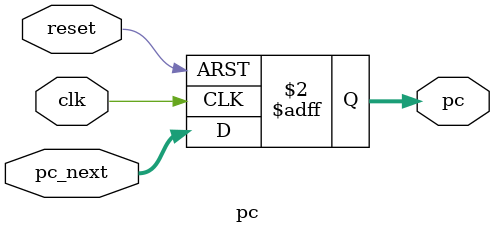
<source format=sv>


module pc (
    input          clk,
    input          reset,
    input  [31:0] pc_next,
    output logic [31:0] pc
);
    always_ff @(posedge clk or posedge reset) begin
        if (reset)
            pc <= 32'h0000_0000;
        else
            pc <= pc_next;
    end
endmodule



</source>
